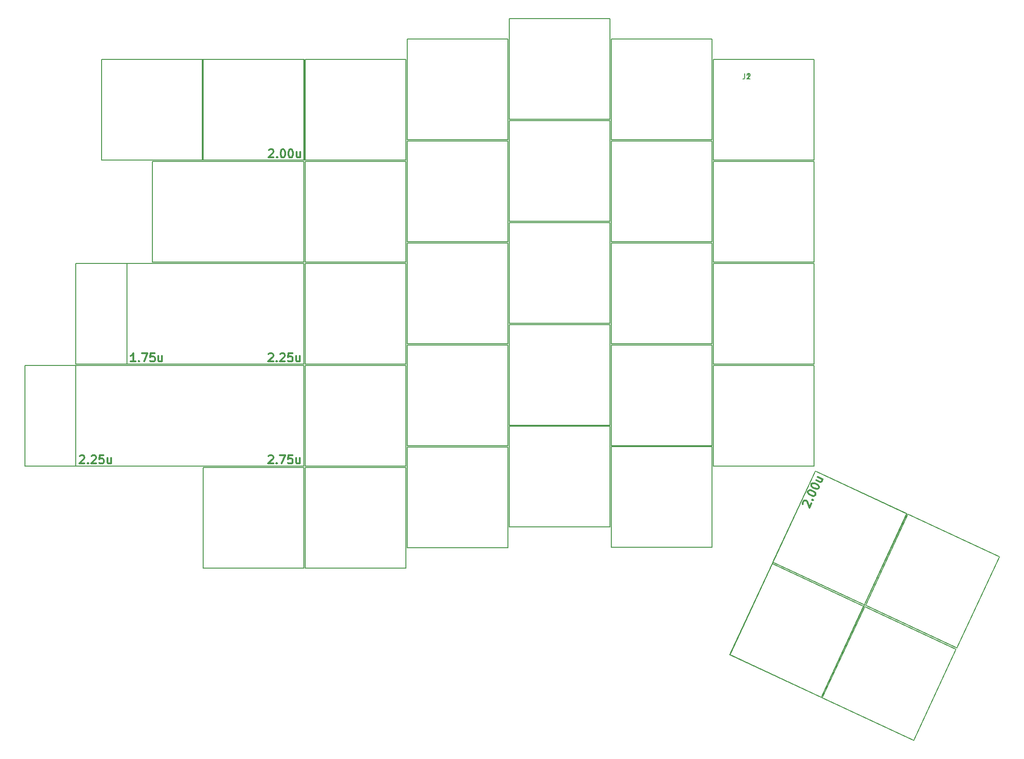
<source format=gbr>
G04 #@! TF.GenerationSoftware,KiCad,Pcbnew,(5.1.5)-3*
G04 #@! TF.CreationDate,2020-01-24T10:20:19+05:30*
G04 #@! TF.ProjectId,ergocape,6572676f-6361-4706-952e-6b696361645f,rev?*
G04 #@! TF.SameCoordinates,Original*
G04 #@! TF.FileFunction,OtherDrawing,Comment*
%FSLAX46Y46*%
G04 Gerber Fmt 4.6, Leading zero omitted, Abs format (unit mm)*
G04 Created by KiCad (PCBNEW (5.1.5)-3) date 2020-01-24 10:20:19*
%MOMM*%
%LPD*%
G04 APERTURE LIST*
%ADD10C,0.152400*%
%ADD11C,0.304800*%
%ADD12C,0.150000*%
G04 APERTURE END LIST*
D10*
X74485500Y-82130900D02*
X74485500Y-63334900D01*
X46164500Y-82130900D02*
X74485500Y-82130900D01*
X46164500Y-63334900D02*
X46164500Y-82130900D01*
X74485500Y-63334900D02*
X46164500Y-63334900D01*
X74549000Y-63080900D02*
X74549000Y-44284900D01*
X36703000Y-63080900D02*
X74549000Y-63080900D01*
X36703000Y-44284900D02*
X36703000Y-63080900D01*
X74549000Y-44284900D02*
X36703000Y-44284900D01*
X74486820Y-120231000D02*
X74486820Y-101435000D01*
X22350780Y-120231000D02*
X74486820Y-120231000D01*
X22350780Y-101435000D02*
X22350780Y-120231000D01*
X74486820Y-101435000D02*
X22350780Y-101435000D01*
X74739500Y-63080900D02*
X74739500Y-44284900D01*
X93535500Y-63080900D02*
X74739500Y-63080900D01*
X93535500Y-44284900D02*
X93535500Y-63080900D01*
X74739500Y-44284900D02*
X93535500Y-44284900D01*
X171259753Y-163548714D02*
X179203286Y-146513753D01*
X188294714Y-171492247D02*
X171259753Y-163548714D01*
X196238247Y-154457286D02*
X188294714Y-171492247D01*
X179203286Y-146513753D02*
X196238247Y-154457286D01*
X93790000Y-59270900D02*
X93790000Y-40474900D01*
X112586000Y-59270900D02*
X93790000Y-59270900D01*
X112586000Y-40474900D02*
X112586000Y-59270900D01*
X93790000Y-40474900D02*
X112586000Y-40474900D01*
X112840000Y-55460900D02*
X112840000Y-36664900D01*
X131636000Y-55460900D02*
X112840000Y-55460900D01*
X131636000Y-36664900D02*
X131636000Y-55460900D01*
X112840000Y-36664900D02*
X131636000Y-36664900D01*
X131890000Y-59270900D02*
X131890000Y-40474900D01*
X150686000Y-59270900D02*
X131890000Y-59270900D01*
X150686000Y-40474900D02*
X150686000Y-59270900D01*
X131890000Y-40474900D02*
X150686000Y-40474900D01*
X150940000Y-63080900D02*
X150940000Y-44284900D01*
X169736000Y-63080900D02*
X150940000Y-63080900D01*
X169736000Y-44284900D02*
X169736000Y-63080900D01*
X150940000Y-44284900D02*
X169736000Y-44284900D01*
X74739500Y-101180900D02*
X74739500Y-82384900D01*
X93535500Y-101180900D02*
X74739500Y-101180900D01*
X93535500Y-82384900D02*
X93535500Y-101180900D01*
X74739500Y-82384900D02*
X93535500Y-82384900D01*
X74739500Y-139281000D02*
X74739500Y-120485000D01*
X93535500Y-139281000D02*
X74739500Y-139281000D01*
X93535500Y-120485000D02*
X93535500Y-139281000D01*
X74739500Y-120485000D02*
X93535500Y-120485000D01*
X150940000Y-120231000D02*
X150940000Y-101435000D01*
X169736000Y-120231000D02*
X150940000Y-120231000D01*
X169736000Y-101435000D02*
X169736000Y-120231000D01*
X150940000Y-101435000D02*
X169736000Y-101435000D01*
X112776000Y-131597000D02*
X112776000Y-112801000D01*
X131572000Y-131597000D02*
X112776000Y-131597000D01*
X131572000Y-112801000D02*
X131572000Y-131597000D01*
X112776000Y-112801000D02*
X131572000Y-112801000D01*
X131826000Y-135407000D02*
X131826000Y-116611000D01*
X150622000Y-135407000D02*
X131826000Y-135407000D01*
X150622000Y-116611000D02*
X150622000Y-135407000D01*
X131826000Y-116611000D02*
X150622000Y-116611000D01*
X112840000Y-112611000D02*
X112840000Y-93815000D01*
X131636000Y-112611000D02*
X112840000Y-112611000D01*
X131636000Y-93815000D02*
X131636000Y-112611000D01*
X112840000Y-93815000D02*
X131636000Y-93815000D01*
X41400780Y-101180900D02*
X41400780Y-82384900D01*
X74486820Y-101180900D02*
X41400780Y-101180900D01*
X74486820Y-82384900D02*
X74486820Y-101180900D01*
X41400780Y-82384900D02*
X74486820Y-82384900D01*
X55689500Y-139281000D02*
X55689500Y-120485000D01*
X74485500Y-139281000D02*
X55689500Y-139281000D01*
X74485500Y-120485000D02*
X74485500Y-139281000D01*
X55689500Y-120485000D02*
X74485500Y-120485000D01*
X112840000Y-93560900D02*
X112840000Y-74764900D01*
X131636000Y-93560900D02*
X112840000Y-93560900D01*
X131636000Y-74764900D02*
X131636000Y-93560900D01*
X112840000Y-74764900D02*
X131636000Y-74764900D01*
X112840000Y-74510900D02*
X112840000Y-55714900D01*
X131636000Y-74510900D02*
X112840000Y-74510900D01*
X131636000Y-55714900D02*
X131636000Y-74510900D01*
X112840000Y-55714900D02*
X131636000Y-55714900D01*
X74486720Y-101180900D02*
X74486720Y-82384900D01*
X31875680Y-101180900D02*
X74486720Y-101180900D01*
X31875680Y-82384900D02*
X31875680Y-101180900D01*
X74486720Y-82384900D02*
X31875680Y-82384900D01*
X55689500Y-63080900D02*
X55689500Y-44284900D01*
X74485500Y-63080900D02*
X55689500Y-63080900D01*
X74485500Y-44284900D02*
X74485500Y-63080900D01*
X55689500Y-44284900D02*
X74485500Y-44284900D01*
X131890000Y-97370900D02*
X131890000Y-78574900D01*
X150686000Y-97370900D02*
X131890000Y-97370900D01*
X150686000Y-78574900D02*
X150686000Y-97370900D01*
X131890000Y-78574900D02*
X150686000Y-78574900D01*
X150940000Y-101180900D02*
X150940000Y-82384900D01*
X169736000Y-101180900D02*
X150940000Y-101180900D01*
X169736000Y-82384900D02*
X169736000Y-101180900D01*
X150940000Y-82384900D02*
X169736000Y-82384900D01*
X74739500Y-82130900D02*
X74739500Y-63334900D01*
X93535500Y-82130900D02*
X74739500Y-82130900D01*
X93535500Y-63334900D02*
X93535500Y-82130900D01*
X74739500Y-63334900D02*
X93535500Y-63334900D01*
X131890000Y-78320900D02*
X131890000Y-59524900D01*
X150686000Y-78320900D02*
X131890000Y-78320900D01*
X150686000Y-59524900D02*
X150686000Y-78320900D01*
X131890000Y-59524900D02*
X150686000Y-59524900D01*
X93790000Y-97370900D02*
X93790000Y-78574900D01*
X112586000Y-97370900D02*
X93790000Y-97370900D01*
X112586000Y-78574900D02*
X112586000Y-97370900D01*
X93790000Y-78574900D02*
X112586000Y-78574900D01*
X31875680Y-120231000D02*
X31875680Y-101435000D01*
X74486720Y-120231000D02*
X31875680Y-120231000D01*
X74486720Y-101435000D02*
X74486720Y-120231000D01*
X31875680Y-101435000D02*
X74486720Y-101435000D01*
X150940000Y-82130900D02*
X150940000Y-63334900D01*
X169736000Y-82130900D02*
X150940000Y-82130900D01*
X169736000Y-63334900D02*
X169736000Y-82130900D01*
X150940000Y-63334900D02*
X169736000Y-63334900D01*
X179309753Y-146283714D02*
X187253286Y-129248753D01*
X196344714Y-154227247D02*
X179309753Y-146283714D01*
X204288247Y-137192286D02*
X196344714Y-154227247D01*
X187253286Y-129248753D02*
X204288247Y-137192286D01*
X131890000Y-116421000D02*
X131890000Y-97625000D01*
X150686000Y-116421000D02*
X131890000Y-116421000D01*
X150686000Y-97625000D02*
X150686000Y-116421000D01*
X131890000Y-97625000D02*
X150686000Y-97625000D01*
X93790000Y-78320900D02*
X93790000Y-59524900D01*
X112586000Y-78320900D02*
X93790000Y-78320900D01*
X112586000Y-59524900D02*
X112586000Y-78320900D01*
X93790000Y-59524900D02*
X112586000Y-59524900D01*
X93790000Y-135471000D02*
X93790000Y-116675000D01*
X112586000Y-135471000D02*
X93790000Y-135471000D01*
X112586000Y-116675000D02*
X112586000Y-135471000D01*
X93790000Y-116675000D02*
X112586000Y-116675000D01*
X93790000Y-116421000D02*
X93790000Y-97625000D01*
X112586000Y-116421000D02*
X93790000Y-116421000D01*
X112586000Y-97625000D02*
X112586000Y-116421000D01*
X93790000Y-97625000D02*
X112586000Y-97625000D01*
X74739500Y-120231000D02*
X74739500Y-101435000D01*
X93535500Y-120231000D02*
X74739500Y-120231000D01*
X93535500Y-101435000D02*
X93535500Y-120231000D01*
X74739500Y-101435000D02*
X93535500Y-101435000D01*
X162032753Y-138220714D02*
X169976286Y-121185753D01*
X179067714Y-146164247D02*
X162032753Y-138220714D01*
X187011247Y-129129286D02*
X179067714Y-146164247D01*
X169976286Y-121185753D02*
X187011247Y-129129286D01*
X178960247Y-146394286D02*
X171016714Y-163429247D01*
X161925286Y-138450753D02*
X178960247Y-146394286D01*
X153981753Y-155485714D02*
X161925286Y-138450753D01*
X171016714Y-163429247D02*
X153981753Y-155485714D01*
X169988725Y-121197171D02*
X187023686Y-129140704D01*
X153994314Y-155497296D02*
X169988725Y-121197171D01*
X171029275Y-163440829D02*
X153994314Y-155497296D01*
X187023686Y-129140704D02*
X171029275Y-163440829D01*
X36652200Y-63093600D02*
X36652200Y-44297600D01*
X55448200Y-63093600D02*
X36652200Y-63093600D01*
X55448200Y-44297600D02*
X55448200Y-63093600D01*
X36652200Y-44297600D02*
X55448200Y-44297600D01*
D11*
X67926857Y-61248471D02*
X67999428Y-61175900D01*
X68144571Y-61103328D01*
X68507428Y-61103328D01*
X68652571Y-61175900D01*
X68725142Y-61248471D01*
X68797714Y-61393614D01*
X68797714Y-61538757D01*
X68725142Y-61756471D01*
X67854285Y-62627328D01*
X68797714Y-62627328D01*
X69450857Y-62482185D02*
X69523428Y-62554757D01*
X69450857Y-62627328D01*
X69378285Y-62554757D01*
X69450857Y-62482185D01*
X69450857Y-62627328D01*
X70466857Y-61103328D02*
X70612000Y-61103328D01*
X70757142Y-61175900D01*
X70829714Y-61248471D01*
X70902285Y-61393614D01*
X70974857Y-61683900D01*
X70974857Y-62046757D01*
X70902285Y-62337042D01*
X70829714Y-62482185D01*
X70757142Y-62554757D01*
X70612000Y-62627328D01*
X70466857Y-62627328D01*
X70321714Y-62554757D01*
X70249142Y-62482185D01*
X70176571Y-62337042D01*
X70104000Y-62046757D01*
X70104000Y-61683900D01*
X70176571Y-61393614D01*
X70249142Y-61248471D01*
X70321714Y-61175900D01*
X70466857Y-61103328D01*
X71918285Y-61103328D02*
X72063428Y-61103328D01*
X72208571Y-61175900D01*
X72281142Y-61248471D01*
X72353714Y-61393614D01*
X72426285Y-61683900D01*
X72426285Y-62046757D01*
X72353714Y-62337042D01*
X72281142Y-62482185D01*
X72208571Y-62554757D01*
X72063428Y-62627328D01*
X71918285Y-62627328D01*
X71773142Y-62554757D01*
X71700571Y-62482185D01*
X71628000Y-62337042D01*
X71555428Y-62046757D01*
X71555428Y-61683900D01*
X71628000Y-61393614D01*
X71700571Y-61248471D01*
X71773142Y-61175900D01*
X71918285Y-61103328D01*
X73732571Y-61611328D02*
X73732571Y-62627328D01*
X73079428Y-61611328D02*
X73079428Y-62409614D01*
X73152000Y-62554757D01*
X73297142Y-62627328D01*
X73514857Y-62627328D01*
X73660000Y-62554757D01*
X73732571Y-62482185D01*
X67864677Y-118398571D02*
X67937248Y-118326000D01*
X68082391Y-118253428D01*
X68445248Y-118253428D01*
X68590391Y-118326000D01*
X68662962Y-118398571D01*
X68735534Y-118543714D01*
X68735534Y-118688857D01*
X68662962Y-118906571D01*
X67792105Y-119777428D01*
X68735534Y-119777428D01*
X69388677Y-119632285D02*
X69461248Y-119704857D01*
X69388677Y-119777428D01*
X69316105Y-119704857D01*
X69388677Y-119632285D01*
X69388677Y-119777428D01*
X69969248Y-118253428D02*
X70985248Y-118253428D01*
X70332105Y-119777428D01*
X72291534Y-118253428D02*
X71565820Y-118253428D01*
X71493248Y-118979142D01*
X71565820Y-118906571D01*
X71710962Y-118834000D01*
X72073820Y-118834000D01*
X72218962Y-118906571D01*
X72291534Y-118979142D01*
X72364105Y-119124285D01*
X72364105Y-119487142D01*
X72291534Y-119632285D01*
X72218962Y-119704857D01*
X72073820Y-119777428D01*
X71710962Y-119777428D01*
X71565820Y-119704857D01*
X71493248Y-119632285D01*
X73670391Y-118761428D02*
X73670391Y-119777428D01*
X73017248Y-118761428D02*
X73017248Y-119559714D01*
X73089820Y-119704857D01*
X73234962Y-119777428D01*
X73452677Y-119777428D01*
X73597820Y-119704857D01*
X73670391Y-119632285D01*
X43015494Y-100727328D02*
X42144637Y-100727328D01*
X42580065Y-100727328D02*
X42580065Y-99203328D01*
X42434922Y-99421042D01*
X42289780Y-99566185D01*
X42144637Y-99638757D01*
X43668637Y-100582185D02*
X43741208Y-100654757D01*
X43668637Y-100727328D01*
X43596065Y-100654757D01*
X43668637Y-100582185D01*
X43668637Y-100727328D01*
X44249208Y-99203328D02*
X45265208Y-99203328D01*
X44612065Y-100727328D01*
X46571494Y-99203328D02*
X45845780Y-99203328D01*
X45773208Y-99929042D01*
X45845780Y-99856471D01*
X45990922Y-99783900D01*
X46353780Y-99783900D01*
X46498922Y-99856471D01*
X46571494Y-99929042D01*
X46644065Y-100074185D01*
X46644065Y-100437042D01*
X46571494Y-100582185D01*
X46498922Y-100654757D01*
X46353780Y-100727328D01*
X45990922Y-100727328D01*
X45845780Y-100654757D01*
X45773208Y-100582185D01*
X47950351Y-99711328D02*
X47950351Y-100727328D01*
X47297208Y-99711328D02*
X47297208Y-100509614D01*
X47369780Y-100654757D01*
X47514922Y-100727328D01*
X47732637Y-100727328D01*
X47877780Y-100654757D01*
X47950351Y-100582185D01*
X67864577Y-99348471D02*
X67937148Y-99275900D01*
X68082291Y-99203328D01*
X68445148Y-99203328D01*
X68590291Y-99275900D01*
X68662862Y-99348471D01*
X68735434Y-99493614D01*
X68735434Y-99638757D01*
X68662862Y-99856471D01*
X67792005Y-100727328D01*
X68735434Y-100727328D01*
X69388577Y-100582185D02*
X69461148Y-100654757D01*
X69388577Y-100727328D01*
X69316005Y-100654757D01*
X69388577Y-100582185D01*
X69388577Y-100727328D01*
X70041720Y-99348471D02*
X70114291Y-99275900D01*
X70259434Y-99203328D01*
X70622291Y-99203328D01*
X70767434Y-99275900D01*
X70840005Y-99348471D01*
X70912577Y-99493614D01*
X70912577Y-99638757D01*
X70840005Y-99856471D01*
X69969148Y-100727328D01*
X70912577Y-100727328D01*
X72291434Y-99203328D02*
X71565720Y-99203328D01*
X71493148Y-99929042D01*
X71565720Y-99856471D01*
X71710862Y-99783900D01*
X72073720Y-99783900D01*
X72218862Y-99856471D01*
X72291434Y-99929042D01*
X72364005Y-100074185D01*
X72364005Y-100437042D01*
X72291434Y-100582185D01*
X72218862Y-100654757D01*
X72073720Y-100727328D01*
X71710862Y-100727328D01*
X71565720Y-100654757D01*
X71493148Y-100582185D01*
X73670291Y-99711328D02*
X73670291Y-100727328D01*
X73017148Y-99711328D02*
X73017148Y-100509614D01*
X73089720Y-100654757D01*
X73234862Y-100727328D01*
X73452577Y-100727328D01*
X73597720Y-100654757D01*
X73670291Y-100582185D01*
X32619537Y-118398571D02*
X32692108Y-118326000D01*
X32837251Y-118253428D01*
X33200108Y-118253428D01*
X33345251Y-118326000D01*
X33417822Y-118398571D01*
X33490394Y-118543714D01*
X33490394Y-118688857D01*
X33417822Y-118906571D01*
X32546965Y-119777428D01*
X33490394Y-119777428D01*
X34143537Y-119632285D02*
X34216108Y-119704857D01*
X34143537Y-119777428D01*
X34070965Y-119704857D01*
X34143537Y-119632285D01*
X34143537Y-119777428D01*
X34796680Y-118398571D02*
X34869251Y-118326000D01*
X35014394Y-118253428D01*
X35377251Y-118253428D01*
X35522394Y-118326000D01*
X35594965Y-118398571D01*
X35667537Y-118543714D01*
X35667537Y-118688857D01*
X35594965Y-118906571D01*
X34724108Y-119777428D01*
X35667537Y-119777428D01*
X37046394Y-118253428D02*
X36320680Y-118253428D01*
X36248108Y-118979142D01*
X36320680Y-118906571D01*
X36465822Y-118834000D01*
X36828680Y-118834000D01*
X36973822Y-118906571D01*
X37046394Y-118979142D01*
X37118965Y-119124285D01*
X37118965Y-119487142D01*
X37046394Y-119632285D01*
X36973822Y-119704857D01*
X36828680Y-119777428D01*
X36465822Y-119777428D01*
X36320680Y-119704857D01*
X36248108Y-119632285D01*
X38425251Y-118761428D02*
X38425251Y-119777428D01*
X37772108Y-118761428D02*
X37772108Y-119559714D01*
X37844680Y-119704857D01*
X37989822Y-119777428D01*
X38207537Y-119777428D01*
X38352680Y-119704857D01*
X38425251Y-119632285D01*
X167601162Y-127390558D02*
X167566060Y-127294116D01*
X167561628Y-127131902D01*
X167714978Y-126803042D01*
X167842090Y-126702168D01*
X167938532Y-126667066D01*
X168100746Y-126662634D01*
X168232290Y-126723974D01*
X168398936Y-126881756D01*
X168820161Y-128039061D01*
X169218871Y-127184024D01*
X169363357Y-126530736D02*
X169459799Y-126495634D01*
X169494901Y-126592076D01*
X169398459Y-126627178D01*
X169363357Y-126530736D01*
X169494901Y-126592076D01*
X168543068Y-125027197D02*
X168604408Y-124895653D01*
X168731520Y-124794778D01*
X168827962Y-124759676D01*
X168990176Y-124755244D01*
X169283934Y-124812152D01*
X169612795Y-124965502D01*
X169845213Y-125153955D01*
X169946087Y-125281067D01*
X169981189Y-125377509D01*
X169985621Y-125539723D01*
X169924281Y-125671267D01*
X169797169Y-125772141D01*
X169700727Y-125807243D01*
X169538513Y-125811675D01*
X169244754Y-125754767D01*
X168915894Y-125601417D01*
X168683476Y-125412965D01*
X168582602Y-125285853D01*
X168547500Y-125189411D01*
X168543068Y-125027197D01*
X169156468Y-123711756D02*
X169217808Y-123580212D01*
X169344920Y-123479337D01*
X169441362Y-123444235D01*
X169603576Y-123439803D01*
X169897335Y-123496711D01*
X170226195Y-123650061D01*
X170458613Y-123838514D01*
X170559487Y-123965626D01*
X170594589Y-124062068D01*
X170599021Y-124224282D01*
X170537681Y-124355826D01*
X170410569Y-124456700D01*
X170314127Y-124491802D01*
X170151913Y-124496234D01*
X169858155Y-124439326D01*
X169529294Y-124285976D01*
X169296876Y-124097524D01*
X169196002Y-123970412D01*
X169160900Y-123873970D01*
X169156468Y-123711756D01*
X170383623Y-122282144D02*
X171304431Y-122711525D01*
X170107593Y-122874093D02*
X170831085Y-123211463D01*
X170993299Y-123207031D01*
X171120411Y-123106157D01*
X171212421Y-122908841D01*
X171207989Y-122746627D01*
X171172887Y-122650185D01*
D12*
X156768666Y-46959280D02*
X156768666Y-47673566D01*
X156721047Y-47816423D01*
X156625809Y-47911661D01*
X156482952Y-47959280D01*
X156387714Y-47959280D01*
X157768666Y-47959280D02*
X157197238Y-47959280D01*
X157482952Y-47959280D02*
X157482952Y-46959280D01*
X157387714Y-47102138D01*
X157292476Y-47197376D01*
X157197238Y-47244995D01*
X156768666Y-46959280D02*
X156768666Y-47673566D01*
X156721047Y-47816423D01*
X156625809Y-47911661D01*
X156482952Y-47959280D01*
X156387714Y-47959280D01*
X157197238Y-47054519D02*
X157244857Y-47006900D01*
X157340095Y-46959280D01*
X157578190Y-46959280D01*
X157673428Y-47006900D01*
X157721047Y-47054519D01*
X157768666Y-47149757D01*
X157768666Y-47244995D01*
X157721047Y-47387852D01*
X157149619Y-47959280D01*
X157768666Y-47959280D01*
M02*

</source>
